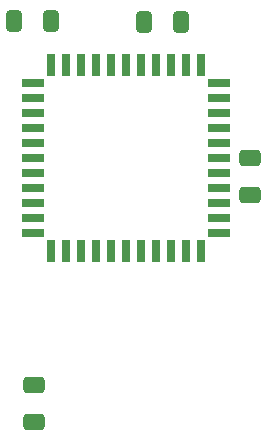
<source format=gbr>
%TF.GenerationSoftware,KiCad,Pcbnew,8.0.0-8.0.0-1~ubuntu22.04.1*%
%TF.CreationDate,2024-03-03T19:53:44+01:00*%
%TF.ProjectId,spi65,73706936-352e-46b6-9963-61645f706362,rev?*%
%TF.SameCoordinates,Original*%
%TF.FileFunction,Paste,Top*%
%TF.FilePolarity,Positive*%
%FSLAX46Y46*%
G04 Gerber Fmt 4.6, Leading zero omitted, Abs format (unit mm)*
G04 Created by KiCad (PCBNEW 8.0.0-8.0.0-1~ubuntu22.04.1) date 2024-03-03 19:53:44*
%MOMM*%
%LPD*%
G01*
G04 APERTURE LIST*
G04 Aperture macros list*
%AMRoundRect*
0 Rectangle with rounded corners*
0 $1 Rounding radius*
0 $2 $3 $4 $5 $6 $7 $8 $9 X,Y pos of 4 corners*
0 Add a 4 corners polygon primitive as box body*
4,1,4,$2,$3,$4,$5,$6,$7,$8,$9,$2,$3,0*
0 Add four circle primitives for the rounded corners*
1,1,$1+$1,$2,$3*
1,1,$1+$1,$4,$5*
1,1,$1+$1,$6,$7*
1,1,$1+$1,$8,$9*
0 Add four rect primitives between the rounded corners*
20,1,$1+$1,$2,$3,$4,$5,0*
20,1,$1+$1,$4,$5,$6,$7,0*
20,1,$1+$1,$6,$7,$8,$9,0*
20,1,$1+$1,$8,$9,$2,$3,0*%
G04 Aperture macros list end*
%ADD10RoundRect,0.250000X-0.650000X0.412500X-0.650000X-0.412500X0.650000X-0.412500X0.650000X0.412500X0*%
%ADD11RoundRect,0.250000X-0.412500X-0.650000X0.412500X-0.650000X0.412500X0.650000X-0.412500X0.650000X0*%
%ADD12RoundRect,0.250000X0.412500X0.650000X-0.412500X0.650000X-0.412500X-0.650000X0.412500X-0.650000X0*%
%ADD13R,1.925000X0.700000*%
%ADD14R,0.700000X1.925000*%
%ADD15RoundRect,0.250000X0.650000X-0.412500X0.650000X0.412500X-0.650000X0.412500X-0.650000X-0.412500X0*%
G04 APERTURE END LIST*
D10*
%TO.C,C4*%
X112903000Y-93091000D03*
X112903000Y-96216000D03*
%TD*%
D11*
%TO.C,C2*%
X122174000Y-62357000D03*
X125299000Y-62357000D03*
%TD*%
D12*
%TO.C,C3*%
X114338500Y-62268500D03*
X111213500Y-62268500D03*
%TD*%
D13*
%TO.C,U1*%
X112787499Y-73902500D03*
X112787499Y-75172501D03*
X112787499Y-76442500D03*
X112787499Y-77712500D03*
X112787498Y-78982500D03*
X112787499Y-80252500D03*
D14*
X114299999Y-81765000D03*
X115569999Y-81765001D03*
X116839999Y-81765000D03*
X118109999Y-81765000D03*
X119379998Y-81765000D03*
X120649999Y-81765000D03*
X121920000Y-81765000D03*
X123189999Y-81765000D03*
X124459999Y-81765000D03*
X125729999Y-81765001D03*
X126999999Y-81765000D03*
D13*
X128512499Y-80252500D03*
X128512500Y-78982500D03*
X128512499Y-77712500D03*
X128512499Y-76442500D03*
X128512499Y-75172501D03*
X128512499Y-73902500D03*
X128512499Y-72632499D03*
X128512499Y-71362500D03*
X128512499Y-70092500D03*
X128512500Y-68822500D03*
X128512499Y-67552500D03*
D14*
X126999999Y-66040000D03*
X125729999Y-66039999D03*
X124459999Y-66040000D03*
X123189999Y-66040000D03*
X121920000Y-66040000D03*
X120649999Y-66040000D03*
X119379998Y-66040000D03*
X118109999Y-66040000D03*
X116839999Y-66040000D03*
X115569999Y-66039999D03*
X114299999Y-66040000D03*
D13*
X112787499Y-67552500D03*
X112787498Y-68822500D03*
X112787499Y-70092500D03*
X112787499Y-71362500D03*
X112787499Y-72632499D03*
%TD*%
D15*
%TO.C,C1*%
X131191000Y-77000500D03*
X131191000Y-73875500D03*
%TD*%
M02*

</source>
